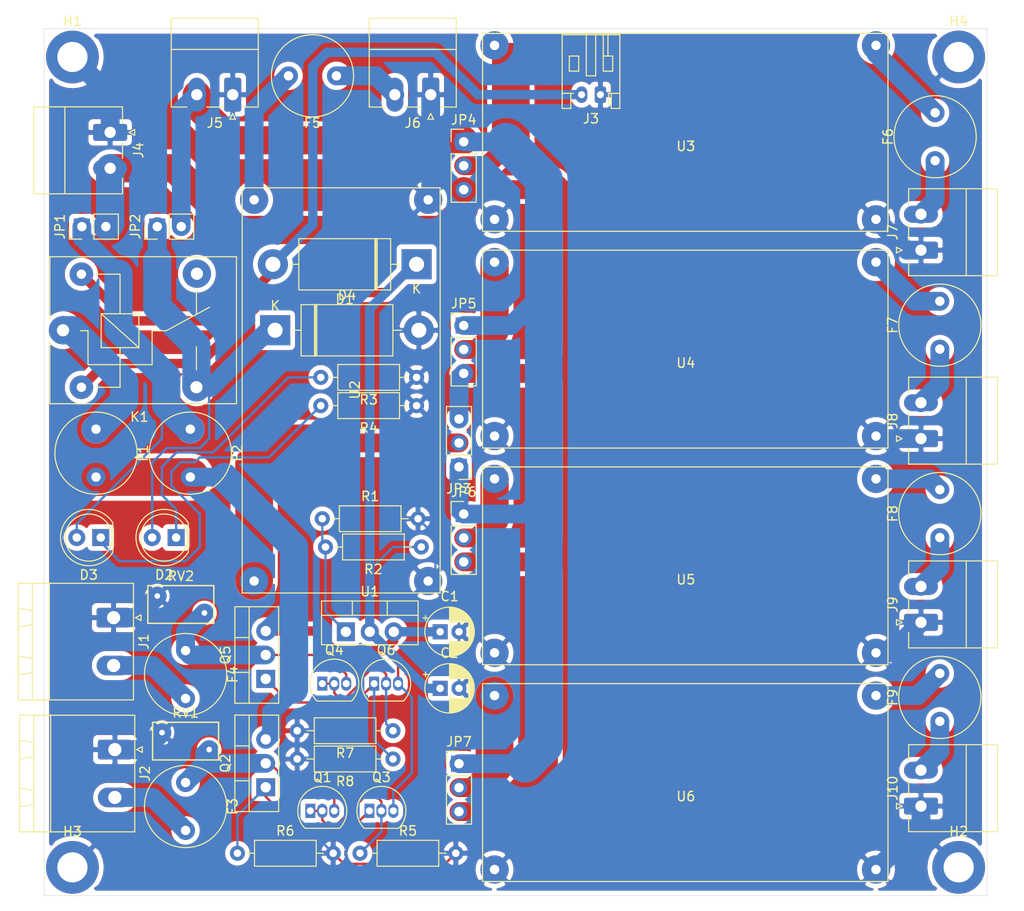
<source format=kicad_pcb>
(kicad_pcb (version 20171130) (host pcbnew 5.1.10)
  (layers (0 F.Cu signal) (31 B.Cu signal) (34 B.Paste user) (35 F.Paste user) (36 B.SilkS user) (37 F.SilkS user) (38 B.Mask user) (39 F.Mask user) (44 Edge.Cuts user))
  (net 0 "")
  (net 1 GND)
  (net 2 /power_input/input_bloc/Vout+)
  (net 3 "Net-(C2-Pad1)")
  (net 4 /power_input/emergency_stop)
  (net 5 /power_input/V_power_always)
  (net 6 "Net-(D2-Pad1)")
  (net 7 /power_input/V_power_stop)
  (net 8 "Net-(D3-Pad1)")
  (net 9 "Net-(F1-Pad1)")
  (net 10 /power_input/Vbatt+)
  (net 11 "Net-(F3-Pad1)")
  (net 12 /power_input/Valim+)
  (net 13 "Net-(F4-Pad1)")
  (net 14 "Net-(F5-Pad2)")
  (net 15 "Net-(F5-Pad1)")
  (net 16 "Net-(F6-Pad2)")
  (net 17 "Net-(F6-Pad1)")
  (net 18 "Net-(F7-Pad2)")
  (net 19 "Net-(F7-Pad1)")
  (net 20 "Net-(F8-Pad2)")
  (net 21 "Net-(F8-Pad1)")
  (net 22 "Net-(F9-Pad2)")
  (net 23 "Net-(F9-Pad1)")
  (net 24 /regulators/V_in_always)
  (net 25 /regulators/V_in_stop)
  (net 26 "Net-(JP3-Pad2)")
  (net 27 "Net-(JP4-Pad2)")
  (net 28 "Net-(JP5-Pad2)")
  (net 29 "Net-(JP6-Pad2)")
  (net 30 "Net-(JP7-Pad2)")
  (net 31 "Net-(K1-Pad4)")
  (net 32 "Net-(Q1-Pad1)")
  (net 33 "Net-(Q2-Pad1)")
  (net 34 "Net-(Q4-Pad1)")
  (net 35 "Net-(Q5-Pad1)")
  (net 36 "Net-(R1-Pad1)")
  (module Diode_THT:D_DO-201AD_P15.24mm_Horizontal (layer F.Cu) (at 204.5 52)
    (fp_text reference D4 (at 7.62 -3.72) (layer F.SilkS))
    (fp_text value D_ALT)
    (fp_text user K (at 0 -2.6) (layer F.SilkS))
    (pad 2 thru_hole oval (at 15.24 0) (size 3.2 3.2) (drill 1.6) (layers *.Cu *.Mask) (net 1 GND))
    (pad 1 thru_hole rect (at 0 0) (size 3.2 3.2) (drill 1.6) (layers *.Cu *.Mask) (net 7 /power_input/V_power_stop))
  )
  (module Diode_THT:D_DO-201AD_P15.24mm_Horizontal (layer F.Cu) (at 219.5 45 180)
    (fp_text reference D1 (at 7.62 -3.72) (layer F.SilkS))
    (fp_text value D_ALT)
    (fp_text user K (at 0 -2.6) (layer F.SilkS))
    (pad 2 thru_hole oval (at 15.24 0 180) (size 3.2 3.2) (drill 1.6) (layers *.Cu *.Mask) (net 4 /power_input/emergency_stop))
    (pad 1 thru_hole rect (at 0 0 180) (size 3.2 3.2) (drill 1.6) (layers *.Cu *.Mask) (net 3 "Net-(C2-Pad1)"))
  )
  (module Package_TO_SOT_THT:TO-220-3_Vertical (layer F.Cu) (at 212 84)
    (fp_text reference U1 (at 2.54 -4.27) (layer F.SilkS))
    (fp_text value LM317_TO-220)
    (pad 3 thru_hole oval (at 5.08 0) (size 1.905 2) (drill 1.1) (layers *.Cu *.Mask) (net 2 /power_input/input_bloc/Vout+))
    (pad 2 thru_hole oval (at 2.54 0) (size 1.905 2) (drill 1.1) (layers *.Cu *.Mask) (net 3 "Net-(C2-Pad1)"))
    (pad 1 thru_hole rect (at 0 0) (size 1.905 2) (drill 1.1) (layers *.Cu *.Mask) (net 36 "Net-(R1-Pad1)"))
  )
  (module kiwi_power:lm2596_blue_board (layer F.Cu) (at 248 100)
    (fp_text reference U6 (at 0.06 1.47) (layer F.SilkS))
    (fp_text value lm2596_blue_board)
    (pad 4 thru_hole circle (at 20.23 -9.23) (size 3 3) (drill 1) (layers *.Cu *.Mask) (net 22 "Net-(F9-Pad2)"))
    (pad 3 thru_hole circle (at 20.23 9.23) (size 3 3) (drill 1) (layers *.Cu *.Mask) (net 1 GND))
    (pad 2 thru_hole circle (at -20.23 9.23) (size 3 3) (drill 1) (layers *.Cu *.Mask) (net 1 GND))
    (pad 1 thru_hole circle (at -20.23 -9.23) (size 3 3) (drill 1) (layers *.Cu *.Mask) (net 30 "Net-(JP7-Pad2)"))
  )
  (module kiwi_power:lm2596_blue_board (layer F.Cu) (at 248 77)
    (fp_text reference U5 (at 0.06 1.47) (layer F.SilkS))
    (fp_text value lm2596_blue_board)
    (pad 4 thru_hole circle (at 20.23 -9.23) (size 3 3) (drill 1) (layers *.Cu *.Mask) (net 20 "Net-(F8-Pad2)"))
    (pad 3 thru_hole circle (at 20.23 9.23) (size 3 3) (drill 1) (layers *.Cu *.Mask) (net 1 GND))
    (pad 2 thru_hole circle (at -20.23 9.23) (size 3 3) (drill 1) (layers *.Cu *.Mask) (net 1 GND))
    (pad 1 thru_hole circle (at -20.23 -9.23) (size 3 3) (drill 1) (layers *.Cu *.Mask) (net 29 "Net-(JP6-Pad2)"))
  )
  (module kiwi_power:lm2596_blue_board (layer F.Cu) (at 248 54)
    (fp_text reference U4 (at 0.06 1.47) (layer F.SilkS))
    (fp_text value lm2596_blue_board)
    (pad 4 thru_hole circle (at 20.23 -9.23) (size 3 3) (drill 1) (layers *.Cu *.Mask) (net 18 "Net-(F7-Pad2)"))
    (pad 3 thru_hole circle (at 20.23 9.23) (size 3 3) (drill 1) (layers *.Cu *.Mask) (net 1 GND))
    (pad 2 thru_hole circle (at -20.23 9.23) (size 3 3) (drill 1) (layers *.Cu *.Mask) (net 1 GND))
    (pad 1 thru_hole circle (at -20.23 -9.23) (size 3 3) (drill 1) (layers *.Cu *.Mask) (net 28 "Net-(JP5-Pad2)"))
  )
  (module kiwi_power:lm2596_blue_board (layer F.Cu) (at 248 31)
    (fp_text reference U3 (at 0.06 1.47) (layer F.SilkS))
    (fp_text value lm2596_blue_board)
    (pad 4 thru_hole circle (at 20.23 -9.23) (size 3 3) (drill 1) (layers *.Cu *.Mask) (net 16 "Net-(F6-Pad2)"))
    (pad 3 thru_hole circle (at 20.23 9.23) (size 3 3) (drill 1) (layers *.Cu *.Mask) (net 1 GND))
    (pad 2 thru_hole circle (at -20.23 9.23) (size 3 3) (drill 1) (layers *.Cu *.Mask) (net 1 GND))
    (pad 1 thru_hole circle (at -20.23 -9.23) (size 3 3) (drill 1) (layers *.Cu *.Mask) (net 27 "Net-(JP4-Pad2)"))
  )
  (module kiwi_power:lm2596_blue_board (layer F.Cu) (at 211.5 58.384776 90)
    (fp_text reference U2 (at 0.06 1.47 90) (layer F.SilkS))
    (fp_text value lm2596_blue_board)
    (pad 4 thru_hole circle (at 20.23 -9.23 90) (size 3 3) (drill 1) (layers *.Cu *.Mask) (net 14 "Net-(F5-Pad2)"))
    (pad 3 thru_hole circle (at 20.23 9.23 90) (size 3 3) (drill 1) (layers *.Cu *.Mask) (net 1 GND))
    (pad 2 thru_hole circle (at -20.23 9.23 90) (size 3 3) (drill 1) (layers *.Cu *.Mask) (net 1 GND))
    (pad 1 thru_hole circle (at -20.23 -9.23 90) (size 3 3) (drill 1) (layers *.Cu *.Mask) (net 26 "Net-(JP3-Pad2)"))
  )
  (module Varistor:RV_Disc_D7mm_W4mm_P5mm (layer F.Cu) (at 197 82 180)
    (fp_text reference RV2 (at 2.5 3.9) (layer F.SilkS))
    (fp_text value Varistor)
    (pad 2 thru_hole circle (at 5 1.8 180) (size 1.6 1.6) (drill 0.6) (layers *.Cu *.Mask) (net 1 GND))
    (pad 1 thru_hole circle (at 0 0 180) (size 1.6 1.6) (drill 0.6) (layers *.Cu *.Mask) (net 13 "Net-(F4-Pad1)"))
  )
  (module Varistor:RV_Disc_D7mm_W4mm_P5mm (layer F.Cu) (at 197.5 96.5 180)
    (fp_text reference RV1 (at 2.5 3.9) (layer F.SilkS))
    (fp_text value Varistor)
    (pad 2 thru_hole circle (at 5 1.8 180) (size 1.6 1.6) (drill 0.6) (layers *.Cu *.Mask) (net 1 GND))
    (pad 1 thru_hole circle (at 0 0 180) (size 1.6 1.6) (drill 0.6) (layers *.Cu *.Mask) (net 11 "Net-(F3-Pad1)"))
  )
  (module Resistor_THT:R_Axial_DIN0207_L6.3mm_D2.5mm_P10.16mm_Horizontal (layer F.Cu) (at 217 97.5 180)
    (fp_text reference R8 (at 5.08 -2.37) (layer F.SilkS))
    (fp_text value R)
    (pad 2 thru_hole oval (at 10.16 0 180) (size 1.6 1.6) (drill 0.8) (layers *.Cu *.Mask) (net 1 GND))
    (pad 1 thru_hole circle (at 0 0 180) (size 1.6 1.6) (drill 0.8) (layers *.Cu *.Mask) (net 35 "Net-(Q5-Pad1)"))
  )
  (module Resistor_THT:R_Axial_DIN0207_L6.3mm_D2.5mm_P10.16mm_Horizontal (layer F.Cu) (at 217 94.5 180)
    (fp_text reference R7 (at 5.08 -2.37) (layer F.SilkS))
    (fp_text value R)
    (pad 2 thru_hole oval (at 10.16 0 180) (size 1.6 1.6) (drill 0.8) (layers *.Cu *.Mask) (net 1 GND))
    (pad 1 thru_hole circle (at 0 0 180) (size 1.6 1.6) (drill 0.8) (layers *.Cu *.Mask) (net 34 "Net-(Q4-Pad1)"))
  )
  (module Resistor_THT:R_Axial_DIN0207_L6.3mm_D2.5mm_P10.16mm_Horizontal (layer F.Cu) (at 200.5 107.5)
    (fp_text reference R6 (at 5.08 -2.37) (layer F.SilkS))
    (fp_text value R)
    (pad 2 thru_hole oval (at 10.16 0) (size 1.6 1.6) (drill 0.8) (layers *.Cu *.Mask) (net 1 GND))
    (pad 1 thru_hole circle (at 0 0) (size 1.6 1.6) (drill 0.8) (layers *.Cu *.Mask) (net 33 "Net-(Q2-Pad1)"))
  )
  (module Resistor_THT:R_Axial_DIN0207_L6.3mm_D2.5mm_P10.16mm_Horizontal (layer F.Cu) (at 213.5 107.5)
    (fp_text reference R5 (at 5.08 -2.37) (layer F.SilkS))
    (fp_text value R)
    (pad 2 thru_hole oval (at 10.16 0) (size 1.6 1.6) (drill 0.8) (layers *.Cu *.Mask) (net 1 GND))
    (pad 1 thru_hole circle (at 0 0) (size 1.6 1.6) (drill 0.8) (layers *.Cu *.Mask) (net 32 "Net-(Q1-Pad1)"))
  )
  (module Resistor_THT:R_Axial_DIN0207_L6.3mm_D2.5mm_P10.16mm_Horizontal (layer F.Cu) (at 219.5 60 180)
    (fp_text reference R4 (at 5.08 -2.37) (layer F.SilkS))
    (fp_text value R)
    (pad 2 thru_hole oval (at 10.16 0 180) (size 1.6 1.6) (drill 0.8) (layers *.Cu *.Mask) (net 8 "Net-(D3-Pad1)"))
    (pad 1 thru_hole circle (at 0 0 180) (size 1.6 1.6) (drill 0.8) (layers *.Cu *.Mask) (net 1 GND))
  )
  (module Resistor_THT:R_Axial_DIN0207_L6.3mm_D2.5mm_P10.16mm_Horizontal (layer F.Cu) (at 219.5 57 180)
    (fp_text reference R3 (at 5.08 -2.37) (layer F.SilkS))
    (fp_text value R)
    (pad 2 thru_hole oval (at 10.16 0 180) (size 1.6 1.6) (drill 0.8) (layers *.Cu *.Mask) (net 6 "Net-(D2-Pad1)"))
    (pad 1 thru_hole circle (at 0 0 180) (size 1.6 1.6) (drill 0.8) (layers *.Cu *.Mask) (net 1 GND))
  )
  (module Resistor_THT:R_Axial_DIN0207_L6.3mm_D2.5mm_P10.16mm_Horizontal (layer F.Cu) (at 220 75 180)
    (fp_text reference R2 (at 5.08 -2.37) (layer F.SilkS))
    (fp_text value R)
    (pad 2 thru_hole oval (at 10.16 0 180) (size 1.6 1.6) (drill 0.8) (layers *.Cu *.Mask) (net 36 "Net-(R1-Pad1)"))
    (pad 1 thru_hole circle (at 0 0 180) (size 1.6 1.6) (drill 0.8) (layers *.Cu *.Mask) (net 3 "Net-(C2-Pad1)"))
  )
  (module Resistor_THT:R_Axial_DIN0207_L6.3mm_D2.5mm_P10.16mm_Horizontal (layer F.Cu) (at 209.5 72)
    (fp_text reference R1 (at 5.08 -2.37) (layer F.SilkS))
    (fp_text value R)
    (pad 2 thru_hole oval (at 10.16 0) (size 1.6 1.6) (drill 0.8) (layers *.Cu *.Mask) (net 1 GND))
    (pad 1 thru_hole circle (at 0 0) (size 1.6 1.6) (drill 0.8) (layers *.Cu *.Mask) (net 36 "Net-(R1-Pad1)"))
  )
  (module Package_TO_SOT_THT:TO-92_Inline (layer F.Cu) (at 215 89.5)
    (fp_text reference Q6 (at 1.27 -3.56) (layer F.SilkS))
    (fp_text value BC327)
    (pad 1 thru_hole rect (at 0 0) (size 1.05 1.5) (drill 0.75) (layers *.Cu *.Mask) (net 35 "Net-(Q5-Pad1)"))
    (pad 3 thru_hole oval (at 2.54 0) (size 1.05 1.5) (drill 0.75) (layers *.Cu *.Mask) (net 2 /power_input/input_bloc/Vout+))
    (pad 2 thru_hole oval (at 1.27 0) (size 1.05 1.5) (drill 0.75) (layers *.Cu *.Mask) (net 34 "Net-(Q4-Pad1)"))
  )
  (module Package_TO_SOT_THT:TO-220-3_Vertical (layer F.Cu) (at 203.5 89 90)
    (fp_text reference Q5 (at 2.54 -4.27 90) (layer F.SilkS))
    (fp_text value IRF9540N)
    (pad 3 thru_hole oval (at 5.08 0 90) (size 1.905 2) (drill 1.1) (layers *.Cu *.Mask) (net 2 /power_input/input_bloc/Vout+))
    (pad 2 thru_hole oval (at 2.54 0 90) (size 1.905 2) (drill 1.1) (layers *.Cu *.Mask) (net 13 "Net-(F4-Pad1)"))
    (pad 1 thru_hole rect (at 0 0 90) (size 1.905 2) (drill 1.1) (layers *.Cu *.Mask) (net 35 "Net-(Q5-Pad1)"))
  )
  (module Package_TO_SOT_THT:TO-92_Inline (layer F.Cu) (at 209.5 89.5)
    (fp_text reference Q4 (at 1.27 -3.56) (layer F.SilkS))
    (fp_text value BC327)
    (pad 1 thru_hole rect (at 0 0) (size 1.05 1.5) (drill 0.75) (layers *.Cu *.Mask) (net 34 "Net-(Q4-Pad1)"))
    (pad 3 thru_hole oval (at 2.54 0) (size 1.05 1.5) (drill 0.75) (layers *.Cu *.Mask) (net 13 "Net-(F4-Pad1)"))
    (pad 2 thru_hole oval (at 1.27 0) (size 1.05 1.5) (drill 0.75) (layers *.Cu *.Mask) (net 34 "Net-(Q4-Pad1)"))
  )
  (module Package_TO_SOT_THT:TO-92_Inline (layer F.Cu) (at 214.5 103)
    (fp_text reference Q3 (at 1.27 -3.56) (layer F.SilkS))
    (fp_text value BC327)
    (pad 1 thru_hole rect (at 0 0) (size 1.05 1.5) (drill 0.75) (layers *.Cu *.Mask) (net 33 "Net-(Q2-Pad1)"))
    (pad 3 thru_hole oval (at 2.54 0) (size 1.05 1.5) (drill 0.75) (layers *.Cu *.Mask) (net 2 /power_input/input_bloc/Vout+))
    (pad 2 thru_hole oval (at 1.27 0) (size 1.05 1.5) (drill 0.75) (layers *.Cu *.Mask) (net 32 "Net-(Q1-Pad1)"))
  )
  (module Package_TO_SOT_THT:TO-220-3_Vertical (layer F.Cu) (at 203.5 100.5 90)
    (fp_text reference Q2 (at 2.54 -4.27 90) (layer F.SilkS))
    (fp_text value IRF9540N)
    (pad 3 thru_hole oval (at 5.08 0 90) (size 1.905 2) (drill 1.1) (layers *.Cu *.Mask) (net 2 /power_input/input_bloc/Vout+))
    (pad 2 thru_hole oval (at 2.54 0 90) (size 1.905 2) (drill 1.1) (layers *.Cu *.Mask) (net 11 "Net-(F3-Pad1)"))
    (pad 1 thru_hole rect (at 0 0 90) (size 1.905 2) (drill 1.1) (layers *.Cu *.Mask) (net 33 "Net-(Q2-Pad1)"))
  )
  (module Package_TO_SOT_THT:TO-92_Inline (layer F.Cu) (at 208.23 103)
    (fp_text reference Q1 (at 1.27 -3.56) (layer F.SilkS))
    (fp_text value BC327)
    (pad 1 thru_hole rect (at 0 0) (size 1.05 1.5) (drill 0.75) (layers *.Cu *.Mask) (net 32 "Net-(Q1-Pad1)"))
    (pad 3 thru_hole oval (at 2.54 0) (size 1.05 1.5) (drill 0.75) (layers *.Cu *.Mask) (net 11 "Net-(F3-Pad1)"))
    (pad 2 thru_hole oval (at 1.27 0) (size 1.05 1.5) (drill 0.75) (layers *.Cu *.Mask) (net 32 "Net-(Q1-Pad1)"))
  )
  (module Relay_THT:Relay_SPDT_SANYOU_SRD_Series_Form_C (layer F.Cu) (at 182 52)
    (fp_text reference K1 (at 8.1 9.2) (layer F.SilkS))
    (fp_text value SANYOU_SRD_Form_C)
    (pad 1 thru_hole circle (at 0 0 90) (size 3 3) (drill 1.3) (layers *.Cu *.Mask) (net 9 "Net-(F1-Pad1)"))
    (pad 5 thru_hole circle (at 1.95 -5.95 90) (size 2.5 2.5) (drill 1) (layers *.Cu *.Mask) (net 4 /power_input/emergency_stop))
    (pad 4 thru_hole circle (at 14.2 -6 90) (size 3 3) (drill 1.3) (layers *.Cu *.Mask) (net 31 "Net-(K1-Pad4)"))
    (pad 3 thru_hole circle (at 14.15 6.05 90) (size 3 3) (drill 1.3) (layers *.Cu *.Mask) (net 7 /power_input/V_power_stop))
    (pad 2 thru_hole circle (at 1.95 6.05 90) (size 2.5 2.5) (drill 1) (layers *.Cu *.Mask) (net 3 "Net-(C2-Pad1)"))
  )
  (module Connector_PinHeader_2.54mm:PinHeader_1x03_P2.54mm_Vertical (layer F.Cu) (at 224 98)
    (fp_text reference JP7 (at 0 -2.33) (layer F.SilkS))
    (fp_text value Jumper_3_Open)
    (pad 3 thru_hole oval (at 0 5.08) (size 1.7 1.7) (drill 1) (layers *.Cu *.Mask) (net 24 /regulators/V_in_always))
    (pad 2 thru_hole oval (at 0 2.54) (size 1.7 1.7) (drill 1) (layers *.Cu *.Mask) (net 30 "Net-(JP7-Pad2)"))
    (pad 1 thru_hole rect (at 0 0) (size 1.7 1.7) (drill 1) (layers *.Cu *.Mask) (net 25 /regulators/V_in_stop))
  )
  (module Connector_PinHeader_2.54mm:PinHeader_1x03_P2.54mm_Vertical (layer F.Cu) (at 224.5 71.5)
    (fp_text reference JP6 (at 0 -2.33) (layer F.SilkS))
    (fp_text value Jumper_3_Open)
    (pad 3 thru_hole oval (at 0 5.08) (size 1.7 1.7) (drill 1) (layers *.Cu *.Mask) (net 24 /regulators/V_in_always))
    (pad 2 thru_hole oval (at 0 2.54) (size 1.7 1.7) (drill 1) (layers *.Cu *.Mask) (net 29 "Net-(JP6-Pad2)"))
    (pad 1 thru_hole rect (at 0 0) (size 1.7 1.7) (drill 1) (layers *.Cu *.Mask) (net 25 /regulators/V_in_stop))
  )
  (module Connector_PinHeader_2.54mm:PinHeader_1x03_P2.54mm_Vertical (layer F.Cu) (at 224.5 51.5)
    (fp_text reference JP5 (at 0 -2.33) (layer F.SilkS))
    (fp_text value Jumper_3_Open)
    (pad 3 thru_hole oval (at 0 5.08) (size 1.7 1.7) (drill 1) (layers *.Cu *.Mask) (net 24 /regulators/V_in_always))
    (pad 2 thru_hole oval (at 0 2.54) (size 1.7 1.7) (drill 1) (layers *.Cu *.Mask) (net 28 "Net-(JP5-Pad2)"))
    (pad 1 thru_hole rect (at 0 0) (size 1.7 1.7) (drill 1) (layers *.Cu *.Mask) (net 25 /regulators/V_in_stop))
  )
  (module Connector_PinHeader_2.54mm:PinHeader_1x03_P2.54mm_Vertical (layer F.Cu) (at 224.5 32)
    (fp_text reference JP4 (at 0 -2.33) (layer F.SilkS))
    (fp_text value Jumper_3_Open)
    (pad 3 thru_hole oval (at 0 5.08) (size 1.7 1.7) (drill 1) (layers *.Cu *.Mask) (net 24 /regulators/V_in_always))
    (pad 2 thru_hole oval (at 0 2.54) (size 1.7 1.7) (drill 1) (layers *.Cu *.Mask) (net 27 "Net-(JP4-Pad2)"))
    (pad 1 thru_hole rect (at 0 0) (size 1.7 1.7) (drill 1) (layers *.Cu *.Mask) (net 25 /regulators/V_in_stop))
  )
  (module Connector_PinHeader_2.54mm:PinHeader_1x03_P2.54mm_Vertical (layer F.Cu) (at 224 66.5 180)
    (fp_text reference JP3 (at 0 -2.33) (layer F.SilkS))
    (fp_text value Jumper_3_Open)
    (pad 3 thru_hole oval (at 0 5.08 180) (size 1.7 1.7) (drill 1) (layers *.Cu *.Mask) (net 24 /regulators/V_in_always))
    (pad 2 thru_hole oval (at 0 2.54 180) (size 1.7 1.7) (drill 1) (layers *.Cu *.Mask) (net 26 "Net-(JP3-Pad2)"))
    (pad 1 thru_hole rect (at 0 0 180) (size 1.7 1.7) (drill 1) (layers *.Cu *.Mask) (net 25 /regulators/V_in_stop))
  )
  (module Connector_PinHeader_2.54mm:PinHeader_1x02_P2.54mm_Vertical (layer F.Cu) (at 192 41 90)
    (fp_text reference JP2 (at 0 -2.33 90) (layer F.SilkS))
    (fp_text value Jumper_NO_Small)
    (pad 2 thru_hole oval (at 0 2.54 90) (size 1.7 1.7) (drill 1) (layers *.Cu *.Mask) (net 25 /regulators/V_in_stop))
    (pad 1 thru_hole rect (at 0 0 90) (size 1.7 1.7) (drill 1) (layers *.Cu *.Mask) (net 7 /power_input/V_power_stop))
  )
  (module Connector_PinHeader_2.54mm:PinHeader_1x02_P2.54mm_Vertical (layer F.Cu) (at 184 41 90)
    (fp_text reference JP1 (at 0 -2.33 90) (layer F.SilkS))
    (fp_text value Jumper_NO_Small)
    (pad 2 thru_hole oval (at 0 2.54 90) (size 1.7 1.7) (drill 1) (layers *.Cu *.Mask) (net 24 /regulators/V_in_always))
    (pad 1 thru_hole rect (at 0 0 90) (size 1.7 1.7) (drill 1) (layers *.Cu *.Mask) (net 5 /power_input/V_power_always))
  )
  (module Connector_Phoenix_MC:PhoenixContact_MC_1,5_2-G-3.81_1x02_P3.81mm_Horizontal (layer F.Cu) (at 273 102.5 90)
    (fp_text reference J10 (at 1.9 -3 90) (layer F.SilkS))
    (fp_text value Power_output)
    (pad 2 thru_hole oval (at 3.81 0 90) (size 1.8 3.6) (drill 1.2) (layers *.Cu *.Mask) (net 23 "Net-(F9-Pad1)"))
    (pad 1 thru_hole roundrect (at 0 0 90) (size 1.8 3.6) (drill 1.2) (layers *.Cu *.Mask) (roundrect_rratio 0.138889) (net 1 GND))
  )
  (module Connector_Phoenix_MC:PhoenixContact_MC_1,5_2-G-3.81_1x02_P3.81mm_Horizontal (layer F.Cu) (at 273 83 90)
    (fp_text reference J9 (at 1.9 -3 90) (layer F.SilkS))
    (fp_text value Power_output)
    (pad 2 thru_hole oval (at 3.81 0 90) (size 1.8 3.6) (drill 1.2) (layers *.Cu *.Mask) (net 21 "Net-(F8-Pad1)"))
    (pad 1 thru_hole roundrect (at 0 0 90) (size 1.8 3.6) (drill 1.2) (layers *.Cu *.Mask) (roundrect_rratio 0.138889) (net 1 GND))
  )
  (module Connector_Phoenix_MC:PhoenixContact_MC_1,5_2-G-3.81_1x02_P3.81mm_Horizontal (layer F.Cu) (at 273 63.5 90)
    (fp_text reference J8 (at 1.9 -3 90) (layer F.SilkS))
    (fp_text value Power_output)
    (pad 2 thru_hole oval (at 3.81 0 90) (size 1.8 3.6) (drill 1.2) (layers *.Cu *.Mask) (net 19 "Net-(F7-Pad1)"))
    (pad 1 thru_hole roundrect (at 0 0 90) (size 1.8 3.6) (drill 1.2) (layers *.Cu *.Mask) (roundrect_rratio 0.138889) (net 1 GND))
  )
  (module Connector_Phoenix_MC:PhoenixContact_MC_1,5_2-G-3.81_1x02_P3.81mm_Horizontal (layer F.Cu) (at 273 43.5 90)
    (fp_text reference J7 (at 1.9 -3 90) (layer F.SilkS))
    (fp_text value Power_output)
    (pad 2 thru_hole oval (at 3.81 0 90) (size 1.8 3.6) (drill 1.2) (layers *.Cu *.Mask) (net 17 "Net-(F6-Pad1)"))
    (pad 1 thru_hole roundrect (at 0 0 90) (size 1.8 3.6) (drill 1.2) (layers *.Cu *.Mask) (roundrect_rratio 0.138889) (net 1 GND))
  )
  (module Connector_Phoenix_MC:PhoenixContact_MC_1,5_2-G-3.81_1x02_P3.81mm_Horizontal (layer F.Cu) (at 221 27 180)
    (fp_text reference J6 (at 1.9 -3) (layer F.SilkS))
    (fp_text value Power_output)
    (pad 2 thru_hole oval (at 3.81 0 180) (size 1.8 3.6) (drill 1.2) (layers *.Cu *.Mask) (net 15 "Net-(F5-Pad1)"))
    (pad 1 thru_hole roundrect (at 0 0 180) (size 1.8 3.6) (drill 1.2) (layers *.Cu *.Mask) (roundrect_rratio 0.138889) (net 1 GND))
  )
  (module Connector_Phoenix_MC:PhoenixContact_MC_1,5_2-G-3.81_1x02_P3.81mm_Horizontal (layer F.Cu) (at 200 27 180)
    (fp_text reference J5 (at 1.9 -3) (layer F.SilkS))
    (fp_text value Power_stop)
    (pad 2 thru_hole oval (at 3.81 0 180) (size 1.8 3.6) (drill 1.2) (layers *.Cu *.Mask) (net 25 /regulators/V_in_stop))
    (pad 1 thru_hole roundrect (at 0 0 180) (size 1.8 3.6) (drill 1.2) (layers *.Cu *.Mask) (roundrect_rratio 0.138889) (net 1 GND))
  )
  (module Connector_Phoenix_MC:PhoenixContact_MC_1,5_2-G-3.81_1x02_P3.81mm_Horizontal (layer F.Cu) (at 187 31 270)
    (fp_text reference J4 (at 1.9 -3 90) (layer F.SilkS))
    (fp_text value Power_always)
    (pad 2 thru_hole oval (at 3.81 0 270) (size 1.8 3.6) (drill 1.2) (layers *.Cu *.Mask) (net 24 /regulators/V_in_always))
    (pad 1 thru_hole roundrect (at 0 0 270) (size 1.8 3.6) (drill 1.2) (layers *.Cu *.Mask) (roundrect_rratio 0.138889) (net 1 GND))
  )
  (module Connector_JST:JST_PH_S2B-PH-K_1x02_P2.00mm_Horizontal (layer F.Cu) (at 239 27 180)
    (fp_text reference J3 (at 1 -2.55) (layer F.SilkS))
    (fp_text value emergency_stop)
    (pad 2 thru_hole oval (at 2 0 180) (size 1.2 1.75) (drill 0.75) (layers *.Cu *.Mask) (net 4 /power_input/emergency_stop))
    (pad 1 thru_hole roundrect (at 0 0 180) (size 1.2 1.75) (drill 0.75) (layers *.Cu *.Mask) (roundrect_rratio 0.208333) (net 1 GND))
  )
  (module Connector_Phoenix_MSTB:PhoenixContact_MSTBA_2,5_2-G-5,08_1x02_P5.08mm_Horizontal (layer F.Cu) (at 187.5 96.5 270)
    (fp_text reference J2 (at 2.54 -3.2 90) (layer F.SilkS))
    (fp_text value Battery)
    (pad 2 thru_hole oval (at 5.08 0 270) (size 2.08 3.6) (drill 1.4) (layers *.Cu *.Mask) (net 10 /power_input/Vbatt+))
    (pad 1 thru_hole roundrect (at 0 0 270) (size 2.08 3.6) (drill 1.4) (layers *.Cu *.Mask) (roundrect_rratio 0.120192) (net 1 GND))
  )
  (module Connector_Phoenix_MSTB:PhoenixContact_MSTBA_2,5_2-G-5,08_1x02_P5.08mm_Horizontal (layer F.Cu) (at 187.365 82.5 270)
    (fp_text reference J1 (at 2.54 -3.2 90) (layer F.SilkS))
    (fp_text value PSU)
    (pad 2 thru_hole oval (at 5.08 0 270) (size 2.08 3.6) (drill 1.4) (layers *.Cu *.Mask) (net 12 /power_input/Valim+))
    (pad 1 thru_hole roundrect (at 0 0 270) (size 2.08 3.6) (drill 1.4) (layers *.Cu *.Mask) (roundrect_rratio 0.120192) (net 1 GND))
  )
  (module MountingHole:MountingHole_3.2mm_M3_DIN965_Pad (layer F.Cu) (at 277 23)
    (fp_text reference H4 (at 0 -3.8) (layer F.SilkS))
    (fp_text value MountingHole_Pad)
    (pad 1 thru_hole circle (at 0 0) (size 5.6 5.6) (drill 3.2) (layers *.Cu *.Mask) (net 1 GND))
  )
  (module MountingHole:MountingHole_3.2mm_M3_DIN965_Pad (layer F.Cu) (at 183 109)
    (fp_text reference H3 (at 0 -3.8) (layer F.SilkS))
    (fp_text value MountingHole_Pad)
    (pad 1 thru_hole circle (at 0 0) (size 5.6 5.6) (drill 3.2) (layers *.Cu *.Mask) (net 1 GND))
  )
  (module MountingHole:MountingHole_3.2mm_M3_DIN965_Pad (layer F.Cu) (at 277 109)
    (fp_text reference H2 (at 0 -3.8) (layer F.SilkS))
    (fp_text value MountingHole_Pad)
    (pad 1 thru_hole circle (at 0 0) (size 5.6 5.6) (drill 3.2) (layers *.Cu *.Mask) (net 1 GND))
  )
  (module MountingHole:MountingHole_3.2mm_M3_DIN965_Pad (layer F.Cu) (at 183 23)
    (fp_text reference H1 (at 0 -3.8) (layer F.SilkS))
    (fp_text value MountingHole_Pad)
    (pad 1 thru_hole circle (at 0 0) (size 5.6 5.6) (drill 3.2) (layers *.Cu *.Mask) (net 1 GND))
  )
  (module Fuse:Fuse_Littelfuse_372_D8.50mm (layer F.Cu) (at 275 93.5 90)
    (fp_text reference F9 (at 2.54 -5 90) (layer F.SilkS))
    (fp_text value Fuse)
    (pad 2 thru_hole circle (at 5.08 0 90) (size 2 2) (drill 1) (layers *.Cu *.Mask) (net 22 "Net-(F9-Pad2)"))
    (pad 1 thru_hole circle (at 0 0 90) (size 2 2) (drill 1) (layers *.Cu *.Mask) (net 23 "Net-(F9-Pad1)"))
  )
  (module Fuse:Fuse_Littelfuse_372_D8.50mm (layer F.Cu) (at 275 74 90)
    (fp_text reference F8 (at 2.54 -5 90) (layer F.SilkS))
    (fp_text value Fuse)
    (pad 2 thru_hole circle (at 5.08 0 90) (size 2 2) (drill 1) (layers *.Cu *.Mask) (net 20 "Net-(F8-Pad2)"))
    (pad 1 thru_hole circle (at 0 0 90) (size 2 2) (drill 1) (layers *.Cu *.Mask) (net 21 "Net-(F8-Pad1)"))
  )
  (module Fuse:Fuse_Littelfuse_372_D8.50mm (layer F.Cu) (at 275 54 90)
    (fp_text reference F7 (at 2.54 -5 90) (layer F.SilkS))
    (fp_text value Fuse)
    (pad 2 thru_hole circle (at 5.08 0 90) (size 2 2) (drill 1) (layers *.Cu *.Mask) (net 18 "Net-(F7-Pad2)"))
    (pad 1 thru_hole circle (at 0 0 90) (size 2 2) (drill 1) (layers *.Cu *.Mask) (net 19 "Net-(F7-Pad1)"))
  )
  (module Fuse:Fuse_Littelfuse_372_D8.50mm (layer F.Cu) (at 274.5 34 90)
    (fp_text reference F6 (at 2.54 -5 90) (layer F.SilkS))
    (fp_text value Fuse)
    (pad 2 thru_hole circle (at 5.08 0 90) (size 2 2) (drill 1) (layers *.Cu *.Mask) (net 16 "Net-(F6-Pad2)"))
    (pad 1 thru_hole circle (at 0 0 90) (size 2 2) (drill 1) (layers *.Cu *.Mask) (net 17 "Net-(F6-Pad1)"))
  )
  (module Fuse:Fuse_Littelfuse_372_D8.50mm (layer F.Cu) (at 211 25 180)
    (fp_text reference F5 (at 2.54 -5) (layer F.SilkS))
    (fp_text value Fuse)
    (pad 2 thru_hole circle (at 5.08 0 180) (size 2 2) (drill 1) (layers *.Cu *.Mask) (net 14 "Net-(F5-Pad2)"))
    (pad 1 thru_hole circle (at 0 0 180) (size 2 2) (drill 1) (layers *.Cu *.Mask) (net 15 "Net-(F5-Pad1)"))
  )
  (module Fuse:Fuse_Littelfuse_372_D8.50mm (layer F.Cu) (at 195 86 270)
    (fp_text reference F4 (at 2.54 -5 90) (layer F.SilkS))
    (fp_text value Fuse)
    (pad 2 thru_hole circle (at 5.08 0 270) (size 2 2) (drill 1) (layers *.Cu *.Mask) (net 12 /power_input/Valim+))
    (pad 1 thru_hole circle (at 0 0 270) (size 2 2) (drill 1) (layers *.Cu *.Mask) (net 13 "Net-(F4-Pad1)"))
  )
  (module Fuse:Fuse_Littelfuse_372_D8.50mm (layer F.Cu) (at 195 100 270)
    (fp_text reference F3 (at 2.54 -5 90) (layer F.SilkS))
    (fp_text value Fuse)
    (pad 2 thru_hole circle (at 5.08 0 270) (size 2 2) (drill 1) (layers *.Cu *.Mask) (net 10 /power_input/Vbatt+))
    (pad 1 thru_hole circle (at 0 0 270) (size 2 2) (drill 1) (layers *.Cu *.Mask) (net 11 "Net-(F3-Pad1)"))
  )
  (module Fuse:Fuse_Littelfuse_372_D8.50mm (layer F.Cu) (at 195.5 62.5 270)
    (fp_text reference F2 (at 2.54 -5 90) (layer F.SilkS))
    (fp_text value Fuse)
    (pad 2 thru_hole circle (at 5.08 0 270) (size 2 2) (drill 1) (layers *.Cu *.Mask) (net 2 /power_input/input_bloc/Vout+))
    (pad 1 thru_hole circle (at 0 0 270) (size 2 2) (drill 1) (layers *.Cu *.Mask) (net 5 /power_input/V_power_always))
  )
  (module Fuse:Fuse_Littelfuse_372_D8.50mm (layer F.Cu) (at 185.5 62.5 270)
    (fp_text reference F1 (at 2.54 -5 90) (layer F.SilkS))
    (fp_text value Fuse)
    (pad 2 thru_hole circle (at 5.08 0 270) (size 2 2) (drill 1) (layers *.Cu *.Mask) (net 2 /power_input/input_bloc/Vout+))
    (pad 1 thru_hole circle (at 0 0 270) (size 2 2) (drill 1) (layers *.Cu *.Mask) (net 9 "Net-(F1-Pad1)"))
  )
  (module LED_THT:LED_D5.0mm (layer F.Cu) (at 186 74 180)
    (fp_text reference D3 (at 1.27 -3.96) (layer F.SilkS))
    (fp_text value LED)
    (pad 2 thru_hole circle (at 2.54 0 180) (size 1.8 1.8) (drill 0.9) (layers *.Cu *.Mask) (net 5 /power_input/V_power_always))
    (pad 1 thru_hole rect (at 0 0 180) (size 1.8 1.8) (drill 0.9) (layers *.Cu *.Mask) (net 8 "Net-(D3-Pad1)"))
  )
  (module LED_THT:LED_D5.0mm (layer F.Cu) (at 194 74 180)
    (fp_text reference D2 (at 1.27 -3.96) (layer F.SilkS))
    (fp_text value LED)
    (pad 2 thru_hole circle (at 2.54 0 180) (size 1.8 1.8) (drill 0.9) (layers *.Cu *.Mask) (net 7 /power_input/V_power_stop))
    (pad 1 thru_hole rect (at 0 0 180) (size 1.8 1.8) (drill 0.9) (layers *.Cu *.Mask) (net 6 "Net-(D2-Pad1)"))
  )
  (module Capacitor_THT:CP_Radial_D5.0mm_P2.00mm (layer F.Cu) (at 222 90)
    (fp_text reference C2 (at 1 -3.75) (layer F.SilkS))
    (fp_text value 10uF)
    (pad 2 thru_hole circle (at 2 0) (size 1.6 1.6) (drill 0.8) (layers *.Cu *.Mask) (net 1 GND))
    (pad 1 thru_hole rect (at 0 0) (size 1.6 1.6) (drill 0.8) (layers *.Cu *.Mask) (net 3 "Net-(C2-Pad1)"))
  )
  (module Capacitor_THT:CP_Radial_D5.0mm_P2.00mm (layer F.Cu) (at 222 84)
    (fp_text reference C1 (at 1 -3.75) (layer F.SilkS))
    (fp_text value 100nF)
    (pad 2 thru_hole circle (at 2 0) (size 1.6 1.6) (drill 0.8) (layers *.Cu *.Mask) (net 1 GND))
    (pad 1 thru_hole rect (at 0 0) (size 1.6 1.6) (drill 0.8) (layers *.Cu *.Mask) (net 2 /power_input/input_bloc/Vout+))
  )
  (gr_line (start 280 20) (end 180 20) (layer Edge.Cuts) (width 0.05))
  (gr_line (start 280 112) (end 280 20) (layer Edge.Cuts) (width 0.05))
  (gr_line (start 180 112) (end 280 112) (layer Edge.Cuts) (width 0.05))
  (gr_line (start 180 20) (end 180 112) (layer Edge.Cuts) (width 0.05))
  (segment (start 190.7 96.5) (end 192.5 94.7) (width 2) (layer B.Cu) (net 1))
  (segment (start 187.5 96.5) (end 190.7 96.5) (width 2) (layer B.Cu) (net 1))
  (segment (start 189.7 82.5) (end 192 80.2) (width 2) (layer B.Cu) (net 1))
  (segment (start 187.365 82.5) (end 189.7 82.5) (width 2) (layer B.Cu) (net 1))
  (segment (start 187 27) (end 183 23) (width 2) (layer B.Cu) (net 1))
  (segment (start 187 31) (end 187 27) (width 2) (layer B.Cu) (net 1))
  (segment (start 221 37.884776) (end 220.73 38.154776) (width 2) (layer B.Cu) (net 1))
  (segment (start 221 27) (end 221 37.884776) (width 2) (layer B.Cu) (net 1))
  (segment (start 271.5 43.5) (end 268.23 40.23) (width 2) (layer B.Cu) (net 1))
  (segment (start 273 43.5) (end 271.5 43.5) (width 2) (layer B.Cu) (net 1))
  (segment (start 268.5 63.5) (end 268.23 63.23) (width 2) (layer B.Cu) (net 1))
  (segment (start 273 63.5) (end 268.5 63.5) (width 2) (layer B.Cu) (net 1))
  (segment (start 269.77 86.23) (end 273 83) (width 2) (layer B.Cu) (net 1))
  (segment (start 268.23 86.23) (end 269.77 86.23) (width 2) (layer B.Cu) (net 1))
  (segment (start 273 104.46) (end 268.23 109.23) (width 2) (layer B.Cu) (net 1))
  (segment (start 273 102.5) (end 273 104.46) (width 2) (layer B.Cu) (net 1))
  (segment (start 206.84 94.5) (end 206.84 97.5) (width 0.25) (layer B.Cu) (net 1))
  (segment (start 222.534999 108.625001) (end 223.66 107.5) (width 0.25) (layer F.Cu) (net 1))
  (segment (start 211.785001 108.625001) (end 222.534999 108.625001) (width 0.25) (layer F.Cu) (net 1))
  (segment (start 210.66 107.5) (end 211.785001 108.625001) (width 0.25) (layer F.Cu) (net 1))
  (segment (start 206.84 103.68) (end 210.66 107.5) (width 0.25) (layer B.Cu) (net 1))
  (segment (start 206.84 97.5) (end 206.84 103.68) (width 0.25) (layer B.Cu) (net 1))
  (segment (start 219.66 72) (end 221.5 73.84) (width 0.25) (layer B.Cu) (net 1))
  (segment (start 221.5 77.844776) (end 220.73 78.614776) (width 0.25) (layer B.Cu) (net 1))
  (segment (start 221.5 73.84) (end 221.5 77.844776) (width 0.25) (layer B.Cu) (net 1))
  (segment (start 224 81.884776) (end 224 84) (width 0.25) (layer B.Cu) (net 1))
  (segment (start 220.73 78.614776) (end 224 81.884776) (width 0.25) (layer B.Cu) (net 1))
  (segment (start 224 90) (end 224 84) (width 0.25) (layer B.Cu) (net 1))
  (segment (start 217.08 84.92) (end 217.08 84) (width 1) (layer F.Cu) (net 2))
  (segment (start 210.787498 86) (end 216 86) (width 1) (layer F.Cu) (net 2))
  (segment (start 208.707498 83.92) (end 210.787498 86) (width 1) (layer F.Cu) (net 2))
  (segment (start 216 86) (end 217.08 84.92) (width 1) (layer F.Cu) (net 2))
  (segment (start 203.5 83.92) (end 208.707498 83.92) (width 1) (layer F.Cu) (net 2))
  (segment (start 217.54 87.54) (end 216 86) (width 0.25) (layer F.Cu) (net 2))
  (segment (start 217.54 89.5) (end 217.54 87.54) (width 0.25) (layer F.Cu) (net 2))
  (segment (start 217.04 103) (end 217.04 100.96) (width 0.25) (layer B.Cu) (net 2))
  (segment (start 217.04 100.96) (end 219 99) (width 0.25) (layer B.Cu) (net 2))
  (segment (start 219 90.96) (end 217.54 89.5) (width 0.25) (layer B.Cu) (net 2))
  (segment (start 219 99) (end 219 90.96) (width 0.25) (layer B.Cu) (net 2))
  (segment (start 217.08 84) (end 222 84) (width 1) (layer B.Cu) (net 2))
  (segment (start 185.5 67.58) (end 195.5 67.58) (width 4) (layer F.Cu) (net 2))
  (segment (start 195.5 67.58) (end 199.08 67.58) (width 2) (layer B.Cu) (net 2))
  (segment (start 206.5 90.112502) (end 204.112502 92.5) (width 2) (layer B.Cu) (net 2))
  (segment (start 204.112502 94.807498) (end 203.5 95.42) (width 2) (layer B.Cu) (net 2))
  (segment (start 204.112502 92.5) (end 204.112502 94.807498) (width 2) (layer B.Cu) (net 2))
  (segment (start 203.58 83.92) (end 206.5 81) (width 2) (layer B.Cu) (net 2))
  (segment (start 203.5 83.92) (end 203.58 83.92) (width 2) (layer B.Cu) (net 2))
  (segment (start 206.5 81) (end 206.5 90.112502) (width 3) (layer B.Cu) (net 2))
  (segment (start 206.5 75) (end 206.5 81) (width 3) (layer B.Cu) (net 2))
  (segment (start 199.08 67.58) (end 206.5 75) (width 3) (layer B.Cu) (net 2))
  (segment (start 214.54 49.7) (end 219.24 45) (width 1) (layer B.Cu) (net 3))
  (segment (start 220.54 90) (end 222 90) (width 1) (layer B.Cu) (net 3))
  (segment (start 214.54 84) (end 220.54 90) (width 1) (layer B.Cu) (net 3))
  (segment (start 214.54 75.54) (end 214.54 49.7) (width 1) (layer B.Cu) (net 3))
  (segment (start 217 75) (end 214.54 77.46) (width 0.25) (layer B.Cu) (net 3))
  (segment (start 220 75) (end 217 75) (width 0.25) (layer B.Cu) (net 3))
  (segment (start 214.54 77.46) (end 214.54 75.54) (width 1) (layer B.Cu) (net 3))
  (segment (start 214.54 84) (end 214.54 77.46) (width 1) (layer B.Cu) (net 3))
  (segment (start 216.24 48) (end 219.24 45) (width 1) (layer F.Cu) (net 3))
  (segment (start 196.505999 55.533999) (end 204.039998 48) (width 1) (layer F.Cu) (net 3))
  (segment (start 204.039998 48) (end 216.24 48) (width 1) (layer F.Cu) (net 3))
  (segment (start 183.95 58.05) (end 186.150001 55.849999) (width 1) (layer F.Cu) (net 3))
  (segment (start 186.466001 55.533999) (end 186.150001 55.849999) (width 1) (layer F.Cu) (net 3))
  (segment (start 196.505999 55.533999) (end 186.466001 55.533999) (width 1) (layer F.Cu) (net 3))
  (segment (start 204 45) (end 204 45.5) (width 2) (layer F.Cu) (net 4))
  (segment (start 183.95 46.05) (end 188.9 51) (width 1) (layer F.Cu) (net 4))
  (segment (start 188.9 51) (end 199 51) (width 1) (layer F.Cu) (net 4))
  (segment (start 204 46) (end 204 45) (width 1) (layer F.Cu) (net 4))
  (segment (start 199 51) (end 204 46) (width 1) (layer F.Cu) (net 4))
  (segment (start 226 27) (end 237 27) (width 1) (layer B.Cu) (net 4))
  (segment (start 221.5 22.5) (end 226 27) (width 1) (layer B.Cu) (net 4))
  (segment (start 210 22.5) (end 221.5 22.5) (width 1) (layer B.Cu) (net 4))
  (segment (start 208.5 24) (end 210 22.5) (width 1) (layer B.Cu) (net 4))
  (segment (start 208.5 40.76) (end 208.5 24) (width 1) (layer B.Cu) (net 4))
  (segment (start 204.26 45) (end 208.5 40.76) (width 1) (layer B.Cu) (net 4))
  (segment (start 183.46 74) (end 183.46 72.54) (width 0.25) (layer B.Cu) (net 5))
  (segment (start 192.5 63.5) (end 192.5 59.5) (width 0.25) (layer B.Cu) (net 5))
  (segment (start 183.46 72.54) (end 192.5 63.5) (width 0.25) (layer B.Cu) (net 5))
  (segment (start 187.881619 46) (end 188 46) (width 2) (layer B.Cu) (net 5))
  (segment (start 184 42.118381) (end 187.881619 46) (width 2) (layer B.Cu) (net 5))
  (segment (start 184 41) (end 184 42.118381) (width 2) (layer B.Cu) (net 5))
  (segment (start 192.94999 59.94999) (end 195.5 62.5) (width 3) (layer B.Cu) (net 5))
  (segment (start 192.94999 56.924493) (end 192.94999 59.94999) (width 3) (layer B.Cu) (net 5))
  (segment (start 187.881619 51.856122) (end 192.94999 56.924493) (width 3) (layer B.Cu) (net 5))
  (segment (start 187.881619 46) (end 187.881619 51.856122) (width 3) (layer B.Cu) (net 5))
  (segment (start 194 74) (end 194 71) (width 0.25) (layer B.Cu) (net 6))
  (segment (start 194 71) (end 192.5 69.5) (width 0.25) (layer B.Cu) (net 6))
  (segment (start 192.5 69.5) (end 192.5 66.5) (width 0.25) (layer B.Cu) (net 6))
  (segment (start 194.04999 64.95001) (end 197.95001 64.95001) (width 0.25) (layer B.Cu) (net 6))
  (segment (start 192.5 66.5) (end 194.04999 64.95001) (width 0.25) (layer B.Cu) (net 6))
  (segment (start 205.90002 57) (end 209.34 57) (width 0.25) (layer B.Cu) (net 6))
  (segment (start 197.95001 64.95001) (end 205.90002 57) (width 0.25) (layer B.Cu) (net 6))
  (segment (start 196.15 58.05) (end 197.71 58.05) (width 2) (layer B.Cu) (net 7))
  (segment (start 191.46 74) (end 191.46 66.04) (width 0.25) (layer B.Cu) (net 7))
  (segment (start 191.46 66.04) (end 193 64.5) (width 0.25) (layer B.Cu) (net 7))
  (segment (start 193 64.5) (end 196.5 64.5) (width 0.25) (layer B.Cu) (net 7))
  (segment (start 196.5 64.5) (end 197.5 63.5) (width 0.25) (layer B.Cu) (net 7))
  (segment (start 197.5 58.26) (end 199.63 56.13) (width 0.25) (layer B.Cu) (net 7))
  (segment (start 197.5 63.5) (end 197.5 58.26) (width 0.25) (layer B.Cu) (net 7))
  (segment (start 199.63 56.13) (end 203.76 52) (width 2) (layer B.Cu) (net 7))
  (segment (start 197.71 58.05) (end 199.63 56.13) (width 2) (layer B.Cu) (net 7))
  (segment (start 196.15 58.05) (end 196.15 53.65) (width 3) (layer B.Cu) (net 7))
  (segment (start 196.15 53.65) (end 192 49.5) (width 3) (layer B.Cu) (net 7))
  (segment (start 192 49.5) (end 192 44.5) (width 3) (layer B.Cu) (net 7))
  (segment (start 192 41) (end 192 44.5) (width 2) (layer B.Cu) (net 7))
  (segment (start 186 74) (end 186 74.5) (width 0.25) (layer B.Cu) (net 8))
  (segment (start 186 74.5) (end 188 76.5) (width 0.25) (layer B.Cu) (net 8))
  (segment (start 188 76.5) (end 195 76.5) (width 0.25) (layer B.Cu) (net 8))
  (segment (start 195 76.5) (end 196.5 75) (width 0.25) (layer B.Cu) (net 8))
  (segment (start 196.5 75) (end 196.5 71.5) (width 0.25) (layer B.Cu) (net 8))
  (segment (start 196.5 71.5) (end 193.5 68.5) (width 0.25) (layer B.Cu) (net 8))
  (segment (start 193.5 68.5) (end 193.5 67) (width 0.25) (layer B.Cu) (net 8))
  (segment (start 193.5 67) (end 194.5 66) (width 0.25) (layer B.Cu) (net 8))
  (segment (start 196 66) (end 196.5 65.5) (width 0.25) (layer B.Cu) (net 8))
  (segment (start 194.5 66) (end 196 66) (width 0.25) (layer B.Cu) (net 8))
  (segment (start 203.84 65.5) (end 209.34 60) (width 0.25) (layer B.Cu) (net 8))
  (segment (start 196.5 65.5) (end 203.84 65.5) (width 0.25) (layer B.Cu) (net 8))
  (segment (start 183 52) (end 182 52) (width 3) (layer B.Cu) (net 9))
  (segment (start 188.5 57.5) (end 183 52) (width 3) (layer B.Cu) (net 9))
  (segment (start 188.5 59.5) (end 188.5 57.5) (width 3) (layer B.Cu) (net 9))
  (segment (start 185.5 62.5) (end 188.5 59.5) (width 3) (layer B.Cu) (net 9))
  (segment (start 191.5 101.58) (end 195 105.08) (width 2) (layer B.Cu) (net 10))
  (segment (start 187.5 101.58) (end 191.5 101.58) (width 2) (layer B.Cu) (net 10))
  (segment (start 197.04 97.96) (end 203.5 97.96) (width 2) (layer B.Cu) (net 11))
  (segment (start 195 100) (end 197.04 97.96) (width 2) (layer B.Cu) (net 11))
  (segment (start 197.04 96.96) (end 197.5 96.5) (width 2) (layer B.Cu) (net 11))
  (segment (start 197.04 97.96) (end 197.04 96.96) (width 2) (layer B.Cu) (net 11))
  (segment (start 203.5 97.96) (end 203.96 97.96) (width 0.25) (layer F.Cu) (net 11))
  (segment (start 203.96 97.96) (end 207 101) (width 0.25) (layer F.Cu) (net 11))
  (segment (start 207 101) (end 210.5 101) (width 0.25) (layer F.Cu) (net 11))
  (segment (start 210.77 101.27) (end 210.77 103) (width 0.25) (layer F.Cu) (net 11))
  (segment (start 210.5 101) (end 210.77 101.27) (width 0.25) (layer F.Cu) (net 11))
  (segment (start 191.5 87.58) (end 195 91.08) (width 2) (layer B.Cu) (net 12))
  (segment (start 187.365 87.58) (end 191.5 87.58) (width 2) (layer B.Cu) (net 12))
  (segment (start 195.46 86.46) (end 203.5 86.46) (width 2) (layer B.Cu) (net 13))
  (segment (start 195 86) (end 195.46 86.46) (width 2) (layer B.Cu) (net 13))
  (segment (start 195 84) (end 197 82) (width 2) (layer B.Cu) (net 13))
  (segment (start 195 86) (end 195 84) (width 2) (layer B.Cu) (net 13))
  (segment (start 210 86.46) (end 203.5 86.46) (width 0.25) (layer F.Cu) (net 13))
  (segment (start 212.04 88.5) (end 210 86.46) (width 0.25) (layer F.Cu) (net 13))
  (segment (start 212.04 89.5) (end 212.04 88.5) (width 0.25) (layer F.Cu) (net 13))
  (segment (start 202.27 28.65) (end 205.92 25) (width 2) (layer B.Cu) (net 14))
  (segment (start 202.27 38.154776) (end 202.27 28.65) (width 2) (layer B.Cu) (net 14))
  (segment (start 215.19 25) (end 217.19 27) (width 2) (layer B.Cu) (net 15))
  (segment (start 211 25) (end 215.19 25) (width 2) (layer B.Cu) (net 15))
  (segment (start 268.23 22.65) (end 274.5 28.92) (width 2) (layer B.Cu) (net 16))
  (segment (start 268.23 21.77) (end 268.23 22.65) (width 2) (layer B.Cu) (net 16))
  (segment (start 274.5 38.19) (end 273 39.69) (width 2) (layer B.Cu) (net 17))
  (segment (start 274.5 34) (end 274.5 38.19) (width 2) (layer B.Cu) (net 17))
  (segment (start 272.38 48.92) (end 275 48.92) (width 2) (layer B.Cu) (net 18))
  (segment (start 268.23 44.77) (end 272.38 48.92) (width 2) (layer B.Cu) (net 18))
  (segment (start 275 57.69) (end 273 59.69) (width 2) (layer B.Cu) (net 19))
  (segment (start 275 54) (end 275 57.69) (width 2) (layer B.Cu) (net 19))
  (segment (start 273.85 67.77) (end 275 68.92) (width 2) (layer B.Cu) (net 20))
  (segment (start 268.23 67.77) (end 273.85 67.77) (width 2) (layer B.Cu) (net 20))
  (segment (start 275 77.19) (end 273 79.19) (width 2) (layer B.Cu) (net 21))
  (segment (start 275 74) (end 275 77.19) (width 2) (layer B.Cu) (net 21))
  (segment (start 272.65 90.77) (end 275 88.42) (width 2) (layer B.Cu) (net 22))
  (segment (start 268.23 90.77) (end 272.65 90.77) (width 2) (layer B.Cu) (net 22))
  (segment (start 275 96.69) (end 273 98.69) (width 2) (layer B.Cu) (net 23))
  (segment (start 275 93.5) (end 275 96.69) (width 2) (layer B.Cu) (net 23))
  (segment (start 224 57.08) (end 224.5 56.58) (width 2) (layer B.Cu) (net 24))
  (segment (start 224 61.42) (end 224 57.08) (width 2) (layer B.Cu) (net 24))
  (segment (start 224.5 37.08) (end 233.58 37.08) (width 2) (layer F.Cu) (net 24))
  (segment (start 233.58 37.08) (end 237 40.5) (width 4) (layer F.Cu) (net 24))
  (segment (start 224.5 56.58) (end 234.42 56.58) (width 2) (layer F.Cu) (net 24))
  (segment (start 234.42 56.58) (end 237 54) (width 2) (layer F.Cu) (net 24))
  (segment (start 237 40.5) (end 237 54) (width 4) (layer F.Cu) (net 24))
  (segment (start 224.5 76.58) (end 234.42 76.58) (width 2) (layer F.Cu) (net 24))
  (segment (start 237 54) (end 237 74) (width 4) (layer F.Cu) (net 24))
  (segment (start 234.42 76.58) (end 237 74) (width 2) (layer F.Cu) (net 24))
  (segment (start 237 74) (end 237 102) (width 4) (layer F.Cu) (net 24))
  (segment (start 237 102) (end 235.92 103.08) (width 2) (layer F.Cu) (net 24))
  (segment (start 235.92 103.08) (end 224 103.08) (width 2) (layer F.Cu) (net 24))
  (segment (start 222.266001 41.354777) (end 224.5 39.120778) (width 3) (layer F.Cu) (net 24))
  (segment (start 200.354777 41.354777) (end 222.266001 41.354777) (width 3) (layer F.Cu) (net 24))
  (segment (start 193.81 34.81) (end 200.354777 41.354777) (width 3) (layer F.Cu) (net 24))
  (segment (start 224.5 39.120778) (end 224.5 37.24001) (width 3) (layer F.Cu) (net 24))
  (segment (start 187 34.81) (end 193.81 34.81) (width 3) (layer F.Cu) (net 24))
  (segment (start 187 40.700009) (end 186.700009 41) (width 3) (layer B.Cu) (net 24))
  (segment (start 187 34.81) (end 187 40.700009) (width 3) (layer B.Cu) (net 24))
  (segment (start 194.54 28.65) (end 196.19 27) (width 2) (layer B.Cu) (net 25))
  (segment (start 194.54 41) (end 194.54 28.65) (width 2) (layer B.Cu) (net 25))
  (segment (start 224.5 32) (end 229 32) (width 2) (layer B.Cu) (net 25))
  (segment (start 229 32) (end 233 36) (width 4) (layer B.Cu) (net 25))
  (segment (start 231 98) (end 224 98) (width 2) (layer B.Cu) (net 25))
  (segment (start 233 96) (end 231 98) (width 4) (layer B.Cu) (net 25))
  (segment (start 231 71.5) (end 233 69.5) (width 2) (layer B.Cu) (net 25))
  (segment (start 224.5 71.5) (end 231 71.5) (width 2) (layer B.Cu) (net 25))
  (segment (start 233 69.5) (end 233 96) (width 4) (layer B.Cu) (net 25))
  (segment (start 229.5 51.5) (end 233 48) (width 2) (layer B.Cu) (net 25))
  (segment (start 224.5 51.5) (end 229.5 51.5) (width 2) (layer B.Cu) (net 25))
  (segment (start 233 48) (end 233 69.5) (width 4) (layer B.Cu) (net 25))
  (segment (start 233 36) (end 233 48) (width 4) (layer B.Cu) (net 25))
  (segment (start 224 71) (end 224.5 71.5) (width 2) (layer B.Cu) (net 25))
  (segment (start 224 66.5) (end 224 71) (width 2) (layer B.Cu) (net 25))
  (segment (start 199.882258 31.83999) (end 224.5 31.83999) (width 3) (layer F.Cu) (net 25))
  (segment (start 196.19 28.147732) (end 199.882258 31.83999) (width 3) (layer F.Cu) (net 25))
  (segment (start 196.19 27) (end 196.19 28.147732) (width 3) (layer F.Cu) (net 25))
  (segment (start 224 63.96) (end 209.54 63.96) (width 2) (layer F.Cu) (net 26))
  (segment (start 209.54 63.96) (end 209.5 64) (width 2) (layer F.Cu) (net 26))
  (segment (start 209.5 64) (end 204.5 64) (width 4) (layer F.Cu) (net 26))
  (segment (start 202.27 66.23) (end 202.27 78.614776) (width 4) (layer F.Cu) (net 26))
  (segment (start 204.5 64) (end 202.27 66.23) (width 4) (layer F.Cu) (net 26))
  (segment (start 224.5 34.54) (end 226.96 34.54) (width 2) (layer F.Cu) (net 27))
  (segment (start 226.96 34.54) (end 229.5 32) (width 2) (layer F.Cu) (net 27))
  (segment (start 229.5 23.5) (end 227.77 21.77) (width 2) (layer F.Cu) (net 27))
  (segment (start 229.5 32) (end 229.5 23.5) (width 4) (layer F.Cu) (net 27))
  (segment (start 227.77 52.090002) (end 227.77 44.77) (width 3) (layer F.Cu) (net 28))
  (segment (start 225.820002 54.04) (end 227.77 52.090002) (width 2) (layer F.Cu) (net 28))
  (segment (start 224.5 54.04) (end 225.820002 54.04) (width 2) (layer F.Cu) (net 28))
  (segment (start 227.77 72.090002) (end 227.77 67.77) (width 3) (layer F.Cu) (net 29))
  (segment (start 225.820002 74.04) (end 227.77 72.090002) (width 2) (layer F.Cu) (net 29))
  (segment (start 224.5 74.04) (end 225.820002 74.04) (width 2) (layer F.Cu) (net 29))
  (segment (start 227.77 98.090002) (end 227.77 90.77) (width 4) (layer F.Cu) (net 30))
  (segment (start 225.320002 100.54) (end 227.77 98.090002) (width 2) (layer F.Cu) (net 30))
  (segment (start 224 100.54) (end 225.320002 100.54) (width 2) (layer F.Cu) (net 30))
  (segment (start 208.23 103) (end 209.5 103) (width 0.25) (layer F.Cu) (net 32))
  (segment (start 215.27 101.5) (end 215.77 102) (width 0.25) (layer F.Cu) (net 32))
  (segment (start 214 101.5) (end 215.27 101.5) (width 0.25) (layer F.Cu) (net 32))
  (segment (start 211 104.5) (end 214 101.5) (width 0.25) (layer F.Cu) (net 32))
  (segment (start 210 104.5) (end 211 104.5) (width 0.25) (layer F.Cu) (net 32))
  (segment (start 209.5 104) (end 210 104.5) (width 0.25) (layer F.Cu) (net 32))
  (segment (start 215.77 102) (end 215.77 103) (width 0.25) (layer F.Cu) (net 32))
  (segment (start 209.5 103) (end 209.5 104) (width 0.25) (layer F.Cu) (net 32))
  (segment (start 215.77 105.23) (end 213.5 107.5) (width 0.25) (layer B.Cu) (net 32))
  (segment (start 215.77 103) (end 215.77 105.23) (width 0.25) (layer B.Cu) (net 32))
  (segment (start 214.5 103) (end 212.5 105) (width 0.25) (layer F.Cu) (net 33))
  (segment (start 212.5 105) (end 207 105) (width 0.25) (layer F.Cu) (net 33))
  (segment (start 203.5 101.5) (end 203.5 100.5) (width 0.25) (layer F.Cu) (net 33))
  (segment (start 207 105) (end 203.5 101.5) (width 0.25) (layer F.Cu) (net 33))
  (segment (start 200.5 103.5) (end 203.5 100.5) (width 0.25) (layer B.Cu) (net 33))
  (segment (start 200.5 107.5) (end 200.5 103.5) (width 0.25) (layer B.Cu) (net 33))
  (segment (start 210.77 89.5) (end 209.5 89.5) (width 0.25) (layer F.Cu) (net 34))
  (segment (start 210.77 90.5) (end 211.27 91) (width 0.25) (layer F.Cu) (net 34))
  (segment (start 210.77 89.5) (end 210.77 90.5) (width 0.25) (layer F.Cu) (net 34))
  (segment (start 211.967095 91) (end 213.5 89.467095) (width 0.25) (layer F.Cu) (net 34))
  (segment (start 211.27 91) (end 211.967095 91) (width 0.25) (layer F.Cu) (net 34))
  (segment (start 213.5 89.139998) (end 214.639998 88) (width 0.25) (layer F.Cu) (net 34))
  (segment (start 213.5 89.467095) (end 213.5 89.139998) (width 0.25) (layer F.Cu) (net 34))
  (segment (start 216.27 88.5) (end 216.27 89.5) (width 0.25) (layer F.Cu) (net 34))
  (segment (start 215.77 88) (end 216.27 88.5) (width 0.25) (layer F.Cu) (net 34))
  (segment (start 214.639998 88) (end 215.77 88) (width 0.25) (layer F.Cu) (net 34))
  (segment (start 216.27 93.77) (end 217 94.5) (width 0.25) (layer B.Cu) (net 34))
  (segment (start 216.27 89.5) (end 216.27 93.77) (width 0.25) (layer B.Cu) (net 34))
  (segment (start 215 95.5) (end 215 89.5) (width 0.25) (layer B.Cu) (net 35))
  (segment (start 217 97.5) (end 215 95.5) (width 0.25) (layer B.Cu) (net 35))
  (segment (start 215 89.5) (end 213 91.5) (width 0.25) (layer F.Cu) (net 35))
  (segment (start 206 91.5) (end 203.5 89) (width 0.25) (layer F.Cu) (net 35))
  (segment (start 213 91.5) (end 206 91.5) (width 0.25) (layer F.Cu) (net 35))
  (segment (start 209.5 74.66) (end 209.84 75) (width 0.25) (layer B.Cu) (net 36))
  (segment (start 209.5 72) (end 209.5 74.66) (width 0.25) (layer B.Cu) (net 36))
  (segment (start 209.84 81.84) (end 212 84) (width 0.25) (layer B.Cu) (net 36))
  (segment (start 209.84 75) (end 209.84 81.84) (width 0.25) (layer B.Cu) (net 36))
  (zone (net 1) (net_name GND) (layer B.Cu) (connect_pads (clearance 0.508)) (min_thickness 0.254) (fill yes (arc_segments 32) (thermal_gap 0.508) (thermal_bridge_width 0.508))
    (polygon (pts (xy 280 112) (xy 180 112) (xy 180 20) (xy 280 20)))
  )
  (zone (net 1) (net_name GND) (layer F.Cu) (connect_pads (clearance 0.508)) (min_thickness 0.254) (fill yes (arc_segments 32) (thermal_gap 0.508) (thermal_bridge_width 0.508))
    (polygon (pts (xy 280 112) (xy 180 112) (xy 180 20) (xy 280 20)))
  )
)
</source>
